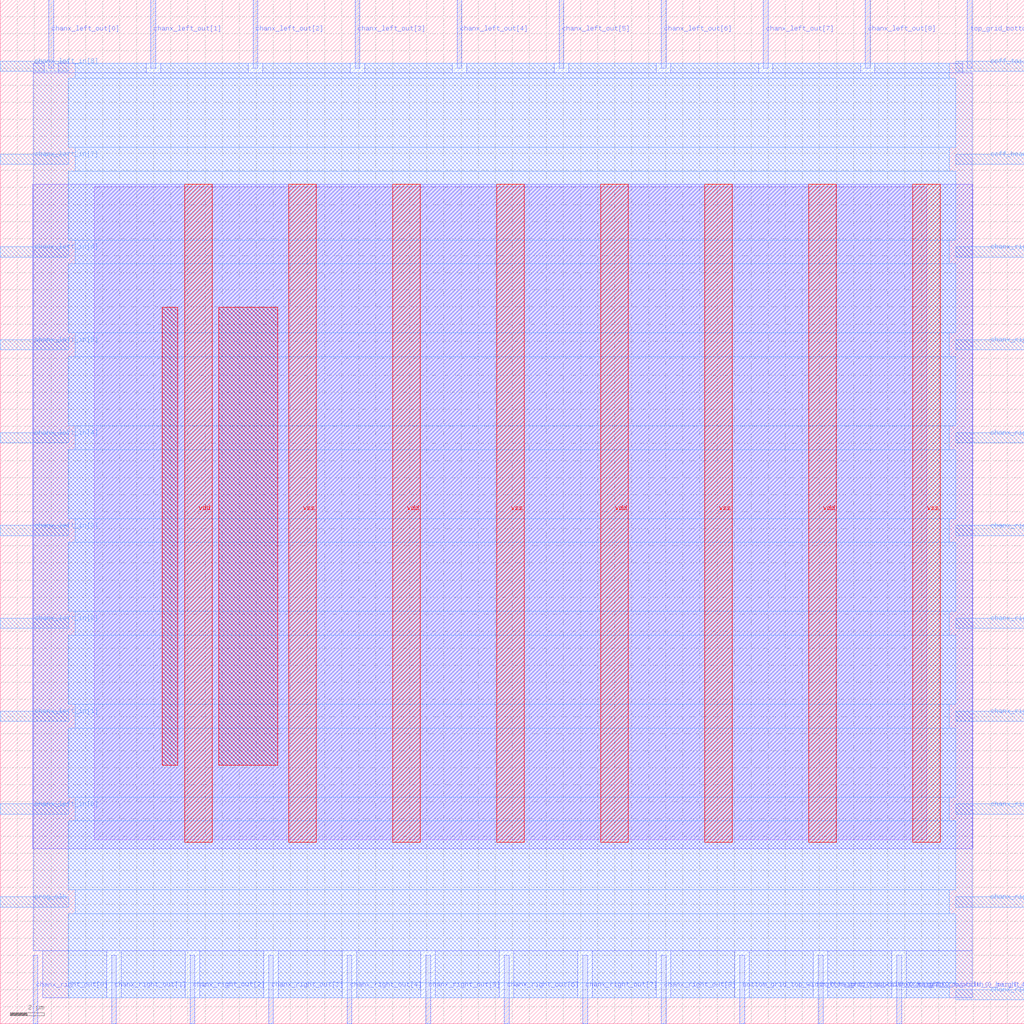
<source format=lef>
VERSION 5.7 ;
  NOWIREEXTENSIONATPIN ON ;
  DIVIDERCHAR "/" ;
  BUSBITCHARS "[]" ;
MACRO cbx_1__10_
  CLASS BLOCK ;
  FOREIGN cbx_1__10_ ;
  ORIGIN 0.000 0.000 ;
  SIZE 60.000 BY 60.000 ;
  PIN bottom_grid_top_width_0_height_0_subtile_0__pin_I_0_
    DIRECTION OUTPUT TRISTATE ;
    USE SIGNAL ;
    ANTENNADIFFAREA 0.795200 ;
    PORT
      LAYER met2 ;
        RECT 43.330 0.000 43.610 4.000 ;
    END
  END bottom_grid_top_width_0_height_0_subtile_0__pin_I_0_
  PIN bottom_grid_top_width_0_height_0_subtile_0__pin_I_4_
    DIRECTION OUTPUT TRISTATE ;
    USE SIGNAL ;
    ANTENNADIFFAREA 0.795200 ;
    PORT
      LAYER met2 ;
        RECT 47.930 0.000 48.210 4.000 ;
    END
  END bottom_grid_top_width_0_height_0_subtile_0__pin_I_4_
  PIN bottom_grid_top_width_0_height_0_subtile_0__pin_I_8_
    DIRECTION OUTPUT TRISTATE ;
    USE SIGNAL ;
    ANTENNADIFFAREA 0.795200 ;
    PORT
      LAYER met2 ;
        RECT 52.530 0.000 52.810 4.000 ;
    END
  END bottom_grid_top_width_0_height_0_subtile_0__pin_I_8_
  PIN ccff_head
    DIRECTION INPUT ;
    USE SIGNAL ;
    ANTENNAGATEAREA 0.196500 ;
    PORT
      LAYER met3 ;
        RECT 56.000 50.360 60.000 50.960 ;
    END
  END ccff_head
  PIN ccff_tail
    DIRECTION OUTPUT TRISTATE ;
    USE SIGNAL ;
    ANTENNADIFFAREA 0.795200 ;
    PORT
      LAYER met3 ;
        RECT 56.000 55.800 60.000 56.400 ;
    END
  END ccff_tail
  PIN chanx_left_in[0]
    DIRECTION INPUT ;
    USE SIGNAL ;
    ANTENNAGATEAREA 0.196500 ;
    PORT
      LAYER met3 ;
        RECT 0.000 12.280 4.000 12.880 ;
    END
  END chanx_left_in[0]
  PIN chanx_left_in[1]
    DIRECTION INPUT ;
    USE SIGNAL ;
    ANTENNAGATEAREA 0.196500 ;
    PORT
      LAYER met3 ;
        RECT 0.000 17.720 4.000 18.320 ;
    END
  END chanx_left_in[1]
  PIN chanx_left_in[2]
    DIRECTION INPUT ;
    USE SIGNAL ;
    ANTENNAGATEAREA 0.196500 ;
    PORT
      LAYER met3 ;
        RECT 0.000 23.160 4.000 23.760 ;
    END
  END chanx_left_in[2]
  PIN chanx_left_in[3]
    DIRECTION INPUT ;
    USE SIGNAL ;
    ANTENNAGATEAREA 0.196500 ;
    PORT
      LAYER met3 ;
        RECT 0.000 28.600 4.000 29.200 ;
    END
  END chanx_left_in[3]
  PIN chanx_left_in[4]
    DIRECTION INPUT ;
    USE SIGNAL ;
    ANTENNAGATEAREA 0.196500 ;
    PORT
      LAYER met3 ;
        RECT 0.000 34.040 4.000 34.640 ;
    END
  END chanx_left_in[4]
  PIN chanx_left_in[5]
    DIRECTION INPUT ;
    USE SIGNAL ;
    ANTENNAGATEAREA 0.196500 ;
    PORT
      LAYER met3 ;
        RECT 0.000 39.480 4.000 40.080 ;
    END
  END chanx_left_in[5]
  PIN chanx_left_in[6]
    DIRECTION INPUT ;
    USE SIGNAL ;
    ANTENNAGATEAREA 0.196500 ;
    PORT
      LAYER met3 ;
        RECT 0.000 44.920 4.000 45.520 ;
    END
  END chanx_left_in[6]
  PIN chanx_left_in[7]
    DIRECTION INPUT ;
    USE SIGNAL ;
    ANTENNAGATEAREA 0.196500 ;
    PORT
      LAYER met3 ;
        RECT 0.000 50.360 4.000 50.960 ;
    END
  END chanx_left_in[7]
  PIN chanx_left_in[8]
    DIRECTION INPUT ;
    USE SIGNAL ;
    ANTENNAGATEAREA 0.196500 ;
    PORT
      LAYER met3 ;
        RECT 0.000 55.800 4.000 56.400 ;
    END
  END chanx_left_in[8]
  PIN chanx_left_out[0]
    DIRECTION OUTPUT TRISTATE ;
    USE SIGNAL ;
    ANTENNADIFFAREA 0.795200 ;
    PORT
      LAYER met2 ;
        RECT 2.850 56.000 3.130 60.000 ;
    END
  END chanx_left_out[0]
  PIN chanx_left_out[1]
    DIRECTION OUTPUT TRISTATE ;
    USE SIGNAL ;
    ANTENNADIFFAREA 0.795200 ;
    PORT
      LAYER met2 ;
        RECT 8.830 56.000 9.110 60.000 ;
    END
  END chanx_left_out[1]
  PIN chanx_left_out[2]
    DIRECTION OUTPUT TRISTATE ;
    USE SIGNAL ;
    ANTENNADIFFAREA 0.795200 ;
    PORT
      LAYER met2 ;
        RECT 14.810 56.000 15.090 60.000 ;
    END
  END chanx_left_out[2]
  PIN chanx_left_out[3]
    DIRECTION OUTPUT TRISTATE ;
    USE SIGNAL ;
    ANTENNADIFFAREA 0.795200 ;
    PORT
      LAYER met2 ;
        RECT 20.790 56.000 21.070 60.000 ;
    END
  END chanx_left_out[3]
  PIN chanx_left_out[4]
    DIRECTION OUTPUT TRISTATE ;
    USE SIGNAL ;
    ANTENNADIFFAREA 0.795200 ;
    PORT
      LAYER met2 ;
        RECT 26.770 56.000 27.050 60.000 ;
    END
  END chanx_left_out[4]
  PIN chanx_left_out[5]
    DIRECTION OUTPUT TRISTATE ;
    USE SIGNAL ;
    ANTENNADIFFAREA 0.795200 ;
    PORT
      LAYER met2 ;
        RECT 32.750 56.000 33.030 60.000 ;
    END
  END chanx_left_out[5]
  PIN chanx_left_out[6]
    DIRECTION OUTPUT TRISTATE ;
    USE SIGNAL ;
    ANTENNADIFFAREA 0.795200 ;
    PORT
      LAYER met2 ;
        RECT 38.730 56.000 39.010 60.000 ;
    END
  END chanx_left_out[6]
  PIN chanx_left_out[7]
    DIRECTION OUTPUT TRISTATE ;
    USE SIGNAL ;
    ANTENNADIFFAREA 0.795200 ;
    PORT
      LAYER met2 ;
        RECT 44.710 56.000 44.990 60.000 ;
    END
  END chanx_left_out[7]
  PIN chanx_left_out[8]
    DIRECTION OUTPUT TRISTATE ;
    USE SIGNAL ;
    ANTENNADIFFAREA 0.795200 ;
    PORT
      LAYER met2 ;
        RECT 50.690 56.000 50.970 60.000 ;
    END
  END chanx_left_out[8]
  PIN chanx_right_in[0]
    DIRECTION INPUT ;
    USE SIGNAL ;
    ANTENNAGATEAREA 0.196500 ;
    PORT
      LAYER met3 ;
        RECT 56.000 1.400 60.000 2.000 ;
    END
  END chanx_right_in[0]
  PIN chanx_right_in[1]
    DIRECTION INPUT ;
    USE SIGNAL ;
    ANTENNAGATEAREA 0.196500 ;
    PORT
      LAYER met3 ;
        RECT 56.000 6.840 60.000 7.440 ;
    END
  END chanx_right_in[1]
  PIN chanx_right_in[2]
    DIRECTION INPUT ;
    USE SIGNAL ;
    ANTENNAGATEAREA 0.196500 ;
    PORT
      LAYER met3 ;
        RECT 56.000 12.280 60.000 12.880 ;
    END
  END chanx_right_in[2]
  PIN chanx_right_in[3]
    DIRECTION INPUT ;
    USE SIGNAL ;
    ANTENNAGATEAREA 0.196500 ;
    PORT
      LAYER met3 ;
        RECT 56.000 17.720 60.000 18.320 ;
    END
  END chanx_right_in[3]
  PIN chanx_right_in[4]
    DIRECTION INPUT ;
    USE SIGNAL ;
    ANTENNAGATEAREA 0.196500 ;
    ANTENNADIFFAREA 0.434700 ;
    PORT
      LAYER met3 ;
        RECT 56.000 23.160 60.000 23.760 ;
    END
  END chanx_right_in[4]
  PIN chanx_right_in[5]
    DIRECTION INPUT ;
    USE SIGNAL ;
    ANTENNAGATEAREA 0.196500 ;
    PORT
      LAYER met3 ;
        RECT 56.000 28.600 60.000 29.200 ;
    END
  END chanx_right_in[5]
  PIN chanx_right_in[6]
    DIRECTION INPUT ;
    USE SIGNAL ;
    ANTENNAGATEAREA 0.196500 ;
    PORT
      LAYER met3 ;
        RECT 56.000 34.040 60.000 34.640 ;
    END
  END chanx_right_in[6]
  PIN chanx_right_in[7]
    DIRECTION INPUT ;
    USE SIGNAL ;
    ANTENNAGATEAREA 0.196500 ;
    PORT
      LAYER met3 ;
        RECT 56.000 39.480 60.000 40.080 ;
    END
  END chanx_right_in[7]
  PIN chanx_right_in[8]
    DIRECTION INPUT ;
    USE SIGNAL ;
    ANTENNAGATEAREA 0.196500 ;
    PORT
      LAYER met3 ;
        RECT 56.000 44.920 60.000 45.520 ;
    END
  END chanx_right_in[8]
  PIN chanx_right_out[0]
    DIRECTION OUTPUT TRISTATE ;
    USE SIGNAL ;
    ANTENNADIFFAREA 0.795200 ;
    PORT
      LAYER met2 ;
        RECT 1.930 0.000 2.210 4.000 ;
    END
  END chanx_right_out[0]
  PIN chanx_right_out[1]
    DIRECTION OUTPUT TRISTATE ;
    USE SIGNAL ;
    ANTENNADIFFAREA 0.795200 ;
    PORT
      LAYER met2 ;
        RECT 6.530 0.000 6.810 4.000 ;
    END
  END chanx_right_out[1]
  PIN chanx_right_out[2]
    DIRECTION OUTPUT TRISTATE ;
    USE SIGNAL ;
    ANTENNADIFFAREA 0.795200 ;
    PORT
      LAYER met2 ;
        RECT 11.130 0.000 11.410 4.000 ;
    END
  END chanx_right_out[2]
  PIN chanx_right_out[3]
    DIRECTION OUTPUT TRISTATE ;
    USE SIGNAL ;
    ANTENNADIFFAREA 0.795200 ;
    PORT
      LAYER met2 ;
        RECT 15.730 0.000 16.010 4.000 ;
    END
  END chanx_right_out[3]
  PIN chanx_right_out[4]
    DIRECTION OUTPUT TRISTATE ;
    USE SIGNAL ;
    ANTENNADIFFAREA 0.795200 ;
    PORT
      LAYER met2 ;
        RECT 20.330 0.000 20.610 4.000 ;
    END
  END chanx_right_out[4]
  PIN chanx_right_out[5]
    DIRECTION OUTPUT TRISTATE ;
    USE SIGNAL ;
    ANTENNADIFFAREA 0.795200 ;
    PORT
      LAYER met2 ;
        RECT 24.930 0.000 25.210 4.000 ;
    END
  END chanx_right_out[5]
  PIN chanx_right_out[6]
    DIRECTION OUTPUT TRISTATE ;
    USE SIGNAL ;
    ANTENNADIFFAREA 0.795200 ;
    PORT
      LAYER met2 ;
        RECT 29.530 0.000 29.810 4.000 ;
    END
  END chanx_right_out[6]
  PIN chanx_right_out[7]
    DIRECTION OUTPUT TRISTATE ;
    USE SIGNAL ;
    ANTENNADIFFAREA 0.795200 ;
    PORT
      LAYER met2 ;
        RECT 34.130 0.000 34.410 4.000 ;
    END
  END chanx_right_out[7]
  PIN chanx_right_out[8]
    DIRECTION OUTPUT TRISTATE ;
    USE SIGNAL ;
    ANTENNADIFFAREA 0.795200 ;
    PORT
      LAYER met2 ;
        RECT 38.730 0.000 39.010 4.000 ;
    END
  END chanx_right_out[8]
  PIN prog_clk
    DIRECTION INPUT ;
    USE SIGNAL ;
    ANTENNAGATEAREA 0.852000 ;
    PORT
      LAYER met3 ;
        RECT 0.000 6.840 4.000 7.440 ;
    END
  END prog_clk
  PIN top_grid_bottom_width_0_height_0_subtile_0__pin_outpad_0_
    DIRECTION OUTPUT TRISTATE ;
    USE SIGNAL ;
    ANTENNADIFFAREA 0.795200 ;
    PORT
      LAYER met2 ;
        RECT 56.670 56.000 56.950 60.000 ;
    END
  END top_grid_bottom_width_0_height_0_subtile_0__pin_outpad_0_
  PIN vdd
    DIRECTION INOUT ;
    USE POWER ;
    PORT
      LAYER met4 ;
        RECT 10.815 10.640 12.415 49.200 ;
    END
    PORT
      LAYER met4 ;
        RECT 23.005 10.640 24.605 49.200 ;
    END
    PORT
      LAYER met4 ;
        RECT 35.195 10.640 36.795 49.200 ;
    END
    PORT
      LAYER met4 ;
        RECT 47.385 10.640 48.985 49.200 ;
    END
  END vdd
  PIN vss
    DIRECTION INOUT ;
    USE GROUND ;
    PORT
      LAYER met4 ;
        RECT 16.910 10.640 18.510 49.200 ;
    END
    PORT
      LAYER met4 ;
        RECT 29.100 10.640 30.700 49.200 ;
    END
    PORT
      LAYER met4 ;
        RECT 41.290 10.640 42.890 49.200 ;
    END
    PORT
      LAYER met4 ;
        RECT 53.480 10.640 55.080 49.200 ;
    END
  END vss
  OBS
      LAYER li1 ;
        RECT 5.520 10.795 54.280 49.045 ;
      LAYER met1 ;
        RECT 1.910 10.240 56.970 49.200 ;
      LAYER met2 ;
        RECT 1.940 55.720 2.570 56.285 ;
        RECT 3.410 55.720 8.550 56.285 ;
        RECT 9.390 55.720 14.530 56.285 ;
        RECT 15.370 55.720 20.510 56.285 ;
        RECT 21.350 55.720 26.490 56.285 ;
        RECT 27.330 55.720 32.470 56.285 ;
        RECT 33.310 55.720 38.450 56.285 ;
        RECT 39.290 55.720 44.430 56.285 ;
        RECT 45.270 55.720 50.410 56.285 ;
        RECT 51.250 55.720 56.390 56.285 ;
        RECT 1.940 4.280 56.940 55.720 ;
        RECT 2.490 1.515 6.250 4.280 ;
        RECT 7.090 1.515 10.850 4.280 ;
        RECT 11.690 1.515 15.450 4.280 ;
        RECT 16.290 1.515 20.050 4.280 ;
        RECT 20.890 1.515 24.650 4.280 ;
        RECT 25.490 1.515 29.250 4.280 ;
        RECT 30.090 1.515 33.850 4.280 ;
        RECT 34.690 1.515 38.450 4.280 ;
        RECT 39.290 1.515 43.050 4.280 ;
        RECT 43.890 1.515 47.650 4.280 ;
        RECT 48.490 1.515 52.250 4.280 ;
        RECT 53.090 1.515 56.940 4.280 ;
      LAYER met3 ;
        RECT 4.400 55.400 55.600 56.265 ;
        RECT 3.990 51.360 56.000 55.400 ;
        RECT 4.400 49.960 55.600 51.360 ;
        RECT 3.990 45.920 56.000 49.960 ;
        RECT 4.400 44.520 55.600 45.920 ;
        RECT 3.990 40.480 56.000 44.520 ;
        RECT 4.400 39.080 55.600 40.480 ;
        RECT 3.990 35.040 56.000 39.080 ;
        RECT 4.400 33.640 55.600 35.040 ;
        RECT 3.990 29.600 56.000 33.640 ;
        RECT 4.400 28.200 55.600 29.600 ;
        RECT 3.990 24.160 56.000 28.200 ;
        RECT 4.400 22.760 55.600 24.160 ;
        RECT 3.990 18.720 56.000 22.760 ;
        RECT 4.400 17.320 55.600 18.720 ;
        RECT 3.990 13.280 56.000 17.320 ;
        RECT 4.400 11.880 55.600 13.280 ;
        RECT 3.990 7.840 56.000 11.880 ;
        RECT 4.400 6.440 55.600 7.840 ;
        RECT 3.990 2.400 56.000 6.440 ;
        RECT 3.990 1.535 55.600 2.400 ;
      LAYER met4 ;
        RECT 9.495 15.135 10.415 41.985 ;
        RECT 12.815 15.135 16.265 41.985 ;
  END
END cbx_1__10_
END LIBRARY


</source>
